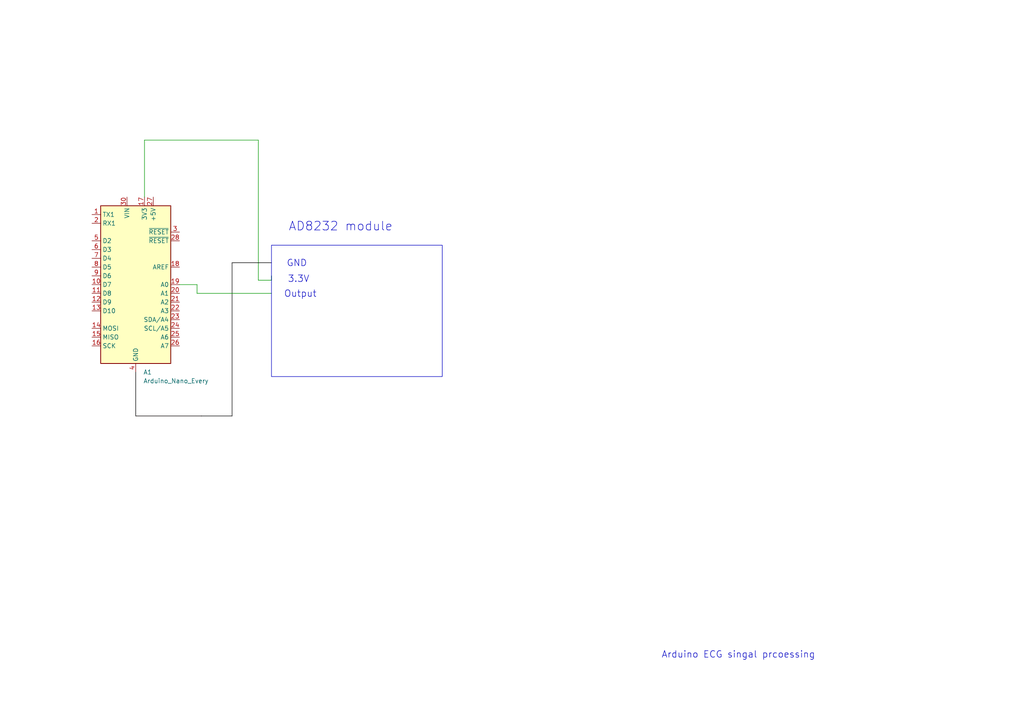
<source format=kicad_sch>
(kicad_sch
	(version 20231120)
	(generator "eeschema")
	(generator_version "8.0")
	(uuid "e7de0e73-3573-4c9f-bc39-aa6777037a85")
	(paper "A4")
	(lib_symbols
		(symbol "MCU_Module:Arduino_Nano_Every"
			(exclude_from_sim no)
			(in_bom yes)
			(on_board yes)
			(property "Reference" "A"
				(at -10.16 23.495 0)
				(effects
					(font
						(size 1.27 1.27)
					)
					(justify left bottom)
				)
			)
			(property "Value" "Arduino_Nano_Every"
				(at 5.08 -24.13 0)
				(effects
					(font
						(size 1.27 1.27)
					)
					(justify left top)
				)
			)
			(property "Footprint" "Module:Arduino_Nano"
				(at 0 0 0)
				(effects
					(font
						(size 1.27 1.27)
						(italic yes)
					)
					(hide yes)
				)
			)
			(property "Datasheet" "https://content.arduino.cc/assets/NANOEveryV3.0_sch.pdf"
				(at 0 0 0)
				(effects
					(font
						(size 1.27 1.27)
					)
					(hide yes)
				)
			)
			(property "Description" "Arduino Nano Every"
				(at 0 0 0)
				(effects
					(font
						(size 1.27 1.27)
					)
					(hide yes)
				)
			)
			(property "ki_keywords" "Arduino nano microcontroller module USB UPDI AATMega4809 AVR"
				(at 0 0 0)
				(effects
					(font
						(size 1.27 1.27)
					)
					(hide yes)
				)
			)
			(property "ki_fp_filters" "Arduino*Nano*"
				(at 0 0 0)
				(effects
					(font
						(size 1.27 1.27)
					)
					(hide yes)
				)
			)
			(symbol "Arduino_Nano_Every_0_1"
				(rectangle
					(start -10.16 22.86)
					(end 10.16 -22.86)
					(stroke
						(width 0.254)
						(type default)
					)
					(fill
						(type background)
					)
				)
			)
			(symbol "Arduino_Nano_Every_1_1"
				(pin bidirectional line
					(at -12.7 20.32 0)
					(length 2.54)
					(name "TX1"
						(effects
							(font
								(size 1.27 1.27)
							)
						)
					)
					(number "1"
						(effects
							(font
								(size 1.27 1.27)
							)
						)
					)
				)
				(pin bidirectional line
					(at -12.7 0 0)
					(length 2.54)
					(name "D7"
						(effects
							(font
								(size 1.27 1.27)
							)
						)
					)
					(number "10"
						(effects
							(font
								(size 1.27 1.27)
							)
						)
					)
				)
				(pin bidirectional line
					(at -12.7 -2.54 0)
					(length 2.54)
					(name "D8"
						(effects
							(font
								(size 1.27 1.27)
							)
						)
					)
					(number "11"
						(effects
							(font
								(size 1.27 1.27)
							)
						)
					)
				)
				(pin bidirectional line
					(at -12.7 -5.08 0)
					(length 2.54)
					(name "D9"
						(effects
							(font
								(size 1.27 1.27)
							)
						)
					)
					(number "12"
						(effects
							(font
								(size 1.27 1.27)
							)
						)
					)
				)
				(pin bidirectional line
					(at -12.7 -7.62 0)
					(length 2.54)
					(name "D10"
						(effects
							(font
								(size 1.27 1.27)
							)
						)
					)
					(number "13"
						(effects
							(font
								(size 1.27 1.27)
							)
						)
					)
				)
				(pin bidirectional line
					(at -12.7 -12.7 0)
					(length 2.54)
					(name "MOSI"
						(effects
							(font
								(size 1.27 1.27)
							)
						)
					)
					(number "14"
						(effects
							(font
								(size 1.27 1.27)
							)
						)
					)
				)
				(pin bidirectional line
					(at -12.7 -15.24 0)
					(length 2.54)
					(name "MISO"
						(effects
							(font
								(size 1.27 1.27)
							)
						)
					)
					(number "15"
						(effects
							(font
								(size 1.27 1.27)
							)
						)
					)
				)
				(pin bidirectional line
					(at -12.7 -17.78 0)
					(length 2.54)
					(name "SCK"
						(effects
							(font
								(size 1.27 1.27)
							)
						)
					)
					(number "16"
						(effects
							(font
								(size 1.27 1.27)
							)
						)
					)
				)
				(pin power_out line
					(at 2.54 25.4 270)
					(length 2.54)
					(name "3V3"
						(effects
							(font
								(size 1.27 1.27)
							)
						)
					)
					(number "17"
						(effects
							(font
								(size 1.27 1.27)
							)
						)
					)
				)
				(pin input line
					(at 12.7 5.08 180)
					(length 2.54)
					(name "AREF"
						(effects
							(font
								(size 1.27 1.27)
							)
						)
					)
					(number "18"
						(effects
							(font
								(size 1.27 1.27)
							)
						)
					)
				)
				(pin bidirectional line
					(at 12.7 0 180)
					(length 2.54)
					(name "A0"
						(effects
							(font
								(size 1.27 1.27)
							)
						)
					)
					(number "19"
						(effects
							(font
								(size 1.27 1.27)
							)
						)
					)
				)
				(pin bidirectional line
					(at -12.7 17.78 0)
					(length 2.54)
					(name "RX1"
						(effects
							(font
								(size 1.27 1.27)
							)
						)
					)
					(number "2"
						(effects
							(font
								(size 1.27 1.27)
							)
						)
					)
				)
				(pin bidirectional line
					(at 12.7 -2.54 180)
					(length 2.54)
					(name "A1"
						(effects
							(font
								(size 1.27 1.27)
							)
						)
					)
					(number "20"
						(effects
							(font
								(size 1.27 1.27)
							)
						)
					)
				)
				(pin bidirectional line
					(at 12.7 -5.08 180)
					(length 2.54)
					(name "A2"
						(effects
							(font
								(size 1.27 1.27)
							)
						)
					)
					(number "21"
						(effects
							(font
								(size 1.27 1.27)
							)
						)
					)
				)
				(pin bidirectional line
					(at 12.7 -7.62 180)
					(length 2.54)
					(name "A3"
						(effects
							(font
								(size 1.27 1.27)
							)
						)
					)
					(number "22"
						(effects
							(font
								(size 1.27 1.27)
							)
						)
					)
				)
				(pin bidirectional line
					(at 12.7 -10.16 180)
					(length 2.54)
					(name "SDA/A4"
						(effects
							(font
								(size 1.27 1.27)
							)
						)
					)
					(number "23"
						(effects
							(font
								(size 1.27 1.27)
							)
						)
					)
				)
				(pin bidirectional line
					(at 12.7 -12.7 180)
					(length 2.54)
					(name "SCL/A5"
						(effects
							(font
								(size 1.27 1.27)
							)
						)
					)
					(number "24"
						(effects
							(font
								(size 1.27 1.27)
							)
						)
					)
				)
				(pin bidirectional line
					(at 12.7 -15.24 180)
					(length 2.54)
					(name "A6"
						(effects
							(font
								(size 1.27 1.27)
							)
						)
					)
					(number "25"
						(effects
							(font
								(size 1.27 1.27)
							)
						)
					)
				)
				(pin bidirectional line
					(at 12.7 -17.78 180)
					(length 2.54)
					(name "A7"
						(effects
							(font
								(size 1.27 1.27)
							)
						)
					)
					(number "26"
						(effects
							(font
								(size 1.27 1.27)
							)
						)
					)
				)
				(pin power_out line
					(at 5.08 25.4 270)
					(length 2.54)
					(name "+5V"
						(effects
							(font
								(size 1.27 1.27)
							)
						)
					)
					(number "27"
						(effects
							(font
								(size 1.27 1.27)
							)
						)
					)
				)
				(pin input line
					(at 12.7 12.7 180)
					(length 2.54)
					(name "~{RESET}"
						(effects
							(font
								(size 1.27 1.27)
							)
						)
					)
					(number "28"
						(effects
							(font
								(size 1.27 1.27)
							)
						)
					)
				)
				(pin passive line
					(at 0 -25.4 90)
					(length 2.54) hide
					(name "GND"
						(effects
							(font
								(size 1.27 1.27)
							)
						)
					)
					(number "29"
						(effects
							(font
								(size 1.27 1.27)
							)
						)
					)
				)
				(pin input line
					(at 12.7 15.24 180)
					(length 2.54)
					(name "~{RESET}"
						(effects
							(font
								(size 1.27 1.27)
							)
						)
					)
					(number "3"
						(effects
							(font
								(size 1.27 1.27)
							)
						)
					)
				)
				(pin power_in line
					(at -2.54 25.4 270)
					(length 2.54)
					(name "VIN"
						(effects
							(font
								(size 1.27 1.27)
							)
						)
					)
					(number "30"
						(effects
							(font
								(size 1.27 1.27)
							)
						)
					)
				)
				(pin power_in line
					(at 0 -25.4 90)
					(length 2.54)
					(name "GND"
						(effects
							(font
								(size 1.27 1.27)
							)
						)
					)
					(number "4"
						(effects
							(font
								(size 1.27 1.27)
							)
						)
					)
				)
				(pin bidirectional line
					(at -12.7 12.7 0)
					(length 2.54)
					(name "D2"
						(effects
							(font
								(size 1.27 1.27)
							)
						)
					)
					(number "5"
						(effects
							(font
								(size 1.27 1.27)
							)
						)
					)
				)
				(pin bidirectional line
					(at -12.7 10.16 0)
					(length 2.54)
					(name "D3"
						(effects
							(font
								(size 1.27 1.27)
							)
						)
					)
					(number "6"
						(effects
							(font
								(size 1.27 1.27)
							)
						)
					)
				)
				(pin bidirectional line
					(at -12.7 7.62 0)
					(length 2.54)
					(name "D4"
						(effects
							(font
								(size 1.27 1.27)
							)
						)
					)
					(number "7"
						(effects
							(font
								(size 1.27 1.27)
							)
						)
					)
				)
				(pin bidirectional line
					(at -12.7 5.08 0)
					(length 2.54)
					(name "D5"
						(effects
							(font
								(size 1.27 1.27)
							)
						)
					)
					(number "8"
						(effects
							(font
								(size 1.27 1.27)
							)
						)
					)
				)
				(pin bidirectional line
					(at -12.7 2.54 0)
					(length 2.54)
					(name "D6"
						(effects
							(font
								(size 1.27 1.27)
							)
						)
					)
					(number "9"
						(effects
							(font
								(size 1.27 1.27)
							)
						)
					)
				)
			)
		)
	)
	(wire
		(pts
			(xy 58.42 120.65) (xy 39.37 120.65)
		)
		(stroke
			(width 0)
			(type default)
			(color 6 0 0 1)
		)
		(uuid "083055bd-a697-4ce8-937a-d0595c63313b")
	)
	(wire
		(pts
			(xy 41.91 57.15) (xy 41.91 40.64)
		)
		(stroke
			(width 0)
			(type default)
		)
		(uuid "09faaa91-b9ab-42a9-9c53-7d2d64f53c1f")
	)
	(wire
		(pts
			(xy 67.31 76.2) (xy 78.74 76.2)
		)
		(stroke
			(width 0)
			(type default)
			(color 0 0 0 1)
		)
		(uuid "3c4cd867-8f12-4115-aa83-6883b1814ab5")
	)
	(wire
		(pts
			(xy 58.42 120.65) (xy 67.31 120.65)
		)
		(stroke
			(width 0)
			(type default)
			(color 1 0 0 1)
		)
		(uuid "47159a68-d601-4782-aa0a-fc3a48ec1f7a")
	)
	(wire
		(pts
			(xy 57.15 85.09) (xy 78.74 85.09)
		)
		(stroke
			(width 0)
			(type default)
		)
		(uuid "5b30fb63-fccb-42a9-bdae-eb105443ef99")
	)
	(wire
		(pts
			(xy 74.93 40.64) (xy 74.93 81.28)
		)
		(stroke
			(width 0)
			(type default)
		)
		(uuid "669d0a70-14cf-4f55-884f-c78f38e2cbbe")
	)
	(wire
		(pts
			(xy 67.31 120.65) (xy 67.31 76.2)
		)
		(stroke
			(width 0)
			(type default)
			(color 1 0 0 1)
		)
		(uuid "7d08c97b-56fd-4b75-af9e-bc1439a47e27")
	)
	(wire
		(pts
			(xy 74.93 81.28) (xy 78.74 81.28)
		)
		(stroke
			(width 0)
			(type default)
		)
		(uuid "8d95d337-6917-4a1c-979c-890a77e11d1b")
	)
	(wire
		(pts
			(xy 41.91 40.64) (xy 74.93 40.64)
		)
		(stroke
			(width 0)
			(type default)
		)
		(uuid "a3bc70ee-3213-4ec2-896c-a95614d45d2b")
	)
	(wire
		(pts
			(xy 39.37 120.65) (xy 39.37 107.95)
		)
		(stroke
			(width 0)
			(type default)
			(color 0 0 0 1)
		)
		(uuid "aa666842-7e03-4f9c-9c3b-6123de1c0356")
	)
	(wire
		(pts
			(xy 78.74 81.28) (xy 78.74 80.01)
		)
		(stroke
			(width 0)
			(type default)
		)
		(uuid "ba3c0ab4-41de-4ab8-88ce-241f56d56292")
	)
	(wire
		(pts
			(xy 57.15 85.09) (xy 57.15 82.55)
		)
		(stroke
			(width 0)
			(type default)
		)
		(uuid "d9692e2f-2a9f-43cb-b147-65b928756bd7")
	)
	(wire
		(pts
			(xy 52.07 82.55) (xy 57.15 82.55)
		)
		(stroke
			(width 0)
			(type default)
		)
		(uuid "dac5b1cc-e7d9-46f5-b438-7a2282578c99")
	)
	(rectangle
		(start 78.74 71.12)
		(end 128.27 109.22)
		(stroke
			(width 0)
			(type default)
		)
		(fill
			(type none)
		)
		(uuid 68ad1533-57a7-4150-b2f8-fedec7160871)
	)
	(text "3.3V"
		(exclude_from_sim no)
		(at 86.614 81.026 0)
		(effects
			(font
				(size 1.905 1.905)
			)
		)
		(uuid "0b2d26a4-6d11-4dea-b812-2c193150fcc6")
	)
	(text "GND"
		(exclude_from_sim no)
		(at 86.106 76.454 0)
		(effects
			(font
				(size 1.905 1.905)
			)
		)
		(uuid "2281a157-363d-4500-9e2e-aa9979250261")
	)
	(text "Arduino ECG singal prcoessing "
		(exclude_from_sim no)
		(at 214.884 189.992 0)
		(effects
			(font
				(face "KiCad Font")
				(size 1.905 1.905)
			)
		)
		(uuid "31012190-a3be-43ee-9dc7-cd524d9bebfb")
	)
	(text "Output"
		(exclude_from_sim no)
		(at 87.122 85.344 0)
		(effects
			(font
				(size 1.905 1.905)
			)
		)
		(uuid "a2f52928-61f0-42d5-8c60-3014b49542e0")
	)
	(text "AD8232 module\n"
		(exclude_from_sim no)
		(at 98.806 65.786 0)
		(effects
			(font
				(size 2.54 2.54)
			)
		)
		(uuid "ebc50d1d-7903-47b0-830e-94d9f301a49e")
	)
	(symbol
		(lib_id "MCU_Module:Arduino_Nano_Every")
		(at 39.37 82.55 0)
		(unit 1)
		(exclude_from_sim no)
		(in_bom yes)
		(on_board yes)
		(dnp no)
		(fields_autoplaced yes)
		(uuid "0332b98c-5266-4099-954d-652b0556cb02")
		(property "Reference" "A1"
			(at 41.5641 107.95 0)
			(effects
				(font
					(size 1.27 1.27)
				)
				(justify left)
			)
		)
		(property "Value" "Arduino_Nano_Every"
			(at 41.5641 110.49 0)
			(effects
				(font
					(size 1.27 1.27)
				)
				(justify left)
			)
		)
		(property "Footprint" "Module:Arduino_Nano"
			(at 39.37 82.55 0)
			(effects
				(font
					(size 1.27 1.27)
					(italic yes)
				)
				(hide yes)
			)
		)
		(property "Datasheet" "https://content.arduino.cc/assets/NANOEveryV3.0_sch.pdf"
			(at 39.37 82.55 0)
			(effects
				(font
					(size 1.27 1.27)
				)
				(hide yes)
			)
		)
		(property "Description" "Arduino Nano Every"
			(at 39.37 82.55 0)
			(effects
				(font
					(size 1.27 1.27)
				)
				(hide yes)
			)
		)
		(pin "23"
			(uuid "97925d38-7b5f-4ade-9386-a02a710941d6")
		)
		(pin "7"
			(uuid "04aec9e0-f822-4b1c-a475-0d04c8819961")
		)
		(pin "21"
			(uuid "c49ded40-e78a-407e-878d-621f369d541e")
		)
		(pin "11"
			(uuid "2ed30389-775e-4272-90fb-af5909f9f398")
		)
		(pin "24"
			(uuid "42a334f2-18ea-4653-9647-cc2af688bc2c")
		)
		(pin "20"
			(uuid "09a1b03e-7cc8-4bb3-8db7-f2ee1f075569")
		)
		(pin "10"
			(uuid "b0bff4ec-ce59-45b9-990d-cbc6a448b7b0")
		)
		(pin "30"
			(uuid "6bf38408-3f74-47d2-9d2f-a3dd1c784dff")
		)
		(pin "4"
			(uuid "db2d1d6f-11a9-4dfc-bb6d-781f6f7bbf2f")
		)
		(pin "5"
			(uuid "26b5a686-ef01-4b34-8e58-d8bb2139bc76")
		)
		(pin "8"
			(uuid "c1794f28-2dac-40c9-8ffa-23a58a642bf2")
		)
		(pin "16"
			(uuid "50cda8c3-b9da-4957-b6c7-3e3dc8de51ee")
		)
		(pin "2"
			(uuid "4b302d20-3678-4153-b30c-0c1b4e9509eb")
		)
		(pin "1"
			(uuid "645b4e39-1a6e-4cd7-843f-5649048e04ec")
		)
		(pin "12"
			(uuid "73848aa4-04a2-4dd7-b268-6fce637eda16")
		)
		(pin "14"
			(uuid "ee36fd1e-0ab3-43b3-a1ae-aa4c044b275e")
		)
		(pin "9"
			(uuid "745a4a63-7df2-47df-bac4-170c7d3b0d05")
		)
		(pin "13"
			(uuid "f1b43b30-e31f-41dd-9b8c-1cd92af5dfdc")
		)
		(pin "15"
			(uuid "6303a2d6-7d20-4feb-92eb-854cc84ce008")
		)
		(pin "17"
			(uuid "32180c5c-2caf-4a49-b44d-80443e033b7e")
		)
		(pin "22"
			(uuid "6ede4bb3-976f-4e3d-8d98-4112460b10df")
		)
		(pin "26"
			(uuid "2f586e0d-9bfb-4628-b78c-45799acc6f10")
		)
		(pin "29"
			(uuid "7a04831d-fdc2-473b-a735-778926b6f110")
		)
		(pin "25"
			(uuid "b99a3b6d-b236-4f63-af89-848214efbac9")
		)
		(pin "28"
			(uuid "ae61ffda-53a2-4420-8da7-bfe9d2af92cb")
		)
		(pin "27"
			(uuid "10139535-ae3c-4a9b-b6aa-2a895667b121")
		)
		(pin "18"
			(uuid "7253706b-a473-4ac4-b4e5-ce1af49c4b7f")
		)
		(pin "19"
			(uuid "9d0e7b3b-756a-49b5-9598-8e9d10210f6b")
		)
		(pin "3"
			(uuid "9d8ff1ae-17f8-4d04-ac41-138c2cba45bc")
		)
		(pin "6"
			(uuid "c8bdcdc2-45c3-4f8d-802f-b2383272e1a6")
		)
		(instances
			(project ""
				(path "/e7de0e73-3573-4c9f-bc39-aa6777037a85"
					(reference "A1")
					(unit 1)
				)
			)
		)
	)
	(sheet_instances
		(path "/"
			(page "1")
		)
	)
)

</source>
